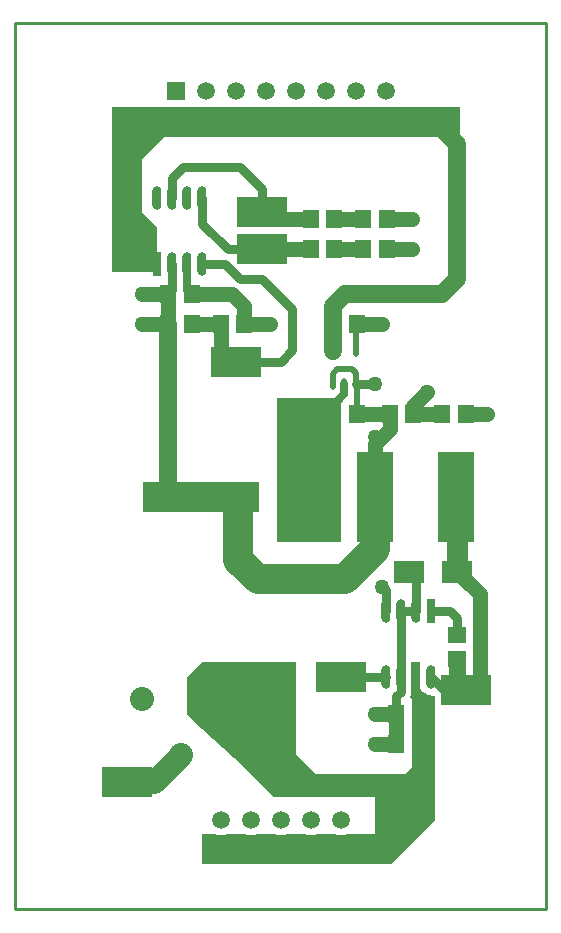
<source format=gtl>
G04*
G04 #@! TF.GenerationSoftware,Altium Limited,Altium Designer,18.1.6 (161)*
G04*
G04 Layer_Physical_Order=1*
G04 Layer_Color=255*
%FSLAX24Y24*%
%MOIN*%
G70*
G01*
G75*
%ADD10C,0.0100*%
%ADD14C,0.0200*%
%ADD17R,0.1654X0.1024*%
%ADD28R,0.1400X0.1000*%
%ADD29R,0.1200X0.3000*%
%ADD30O,0.0200X0.0400*%
%ADD31R,0.0551X0.0591*%
%ADD32R,0.0300X0.0800*%
%ADD33O,0.0300X0.0800*%
%ADD34R,0.0591X0.0551*%
%ADD35R,0.1000X0.0750*%
%ADD36C,0.0250*%
%ADD37C,0.0600*%
%ADD38C,0.0500*%
%ADD39C,0.0300*%
%ADD40C,0.1000*%
%ADD41C,0.0700*%
%ADD42C,0.0550*%
%ADD43C,0.0750*%
%ADD44R,0.0591X0.0591*%
%ADD45C,0.0591*%
%ADD46C,0.0800*%
%ADD47C,0.0500*%
G36*
X13502Y7500D02*
X13506Y7496D01*
X13517Y7409D01*
X13553Y7323D01*
X13609Y7250D01*
X13682Y7194D01*
X13767Y7159D01*
X13854Y7147D01*
X13896Y7106D01*
X14000D01*
Y2968D01*
X12531Y1500D01*
X6250D01*
Y2500D01*
X6695D01*
X6729Y2486D01*
X6858Y2469D01*
X6988Y2486D01*
X7021Y2500D01*
X7695D01*
X7729Y2486D01*
X7858Y2469D01*
X7988Y2486D01*
X8021Y2500D01*
X8695D01*
X8729Y2486D01*
X8858Y2469D01*
X8988Y2486D01*
X9021Y2500D01*
X9695D01*
X9729Y2486D01*
X9858Y2469D01*
X9988Y2486D01*
X10021Y2500D01*
X10695D01*
X10729Y2486D01*
X10858Y2469D01*
X10988Y2486D01*
X11021Y2500D01*
X12008D01*
Y3750D01*
X8644D01*
X7644Y4750D01*
X6250Y6000D01*
X5750Y6500D01*
Y7750D01*
X6250Y8250D01*
X9358D01*
Y5192D01*
X10050Y4500D01*
X13000D01*
X13250Y4750D01*
Y7000D01*
X13168Y7082D01*
X13199Y7159D01*
X13211Y7250D01*
Y7750D01*
Y8000D01*
Y8250D01*
X13502D01*
Y7500D01*
D02*
G37*
G36*
X10699Y16997D02*
X10751Y16929D01*
X10819Y16877D01*
X10858Y16860D01*
Y16749D01*
X10808Y16728D01*
X10741Y16773D01*
X10644Y16792D01*
X10546Y16773D01*
X10463Y16718D01*
X10426Y16680D01*
X10371Y16598D01*
X10351Y16500D01*
X10371Y16402D01*
X10426Y16320D01*
X10509Y16264D01*
X10606Y16245D01*
X10704Y16264D01*
X10787Y16320D01*
X10808Y16341D01*
X10858Y16321D01*
Y12250D01*
X8750D01*
Y17035D01*
X10683D01*
X10699Y16997D01*
D02*
G37*
G36*
X13780Y26700D02*
X13748Y26687D01*
X13643Y26607D01*
X13563Y26502D01*
X13513Y26381D01*
X13496Y26250D01*
X13513Y26119D01*
X13563Y25998D01*
X13643Y25893D01*
X13741Y25796D01*
X13721Y25750D01*
X5000D01*
X4250Y25000D01*
Y23250D01*
X4642Y22858D01*
X4750Y22750D01*
Y21250D01*
X3250D01*
Y26750D01*
X13770D01*
X13780Y26700D01*
D02*
G37*
%LPC*%
G36*
X12358Y26527D02*
X12261Y26507D01*
X12178Y26452D01*
X12123Y26369D01*
X12103Y26272D01*
X12123Y26174D01*
X12178Y26091D01*
X12200Y26070D01*
X12282Y26014D01*
X12380Y25995D01*
X12477Y26014D01*
X12560Y26070D01*
X12615Y26152D01*
X12635Y26250D01*
X12615Y26348D01*
X12560Y26430D01*
X12539Y26452D01*
X12456Y26507D01*
X12358Y26527D01*
D02*
G37*
%LPD*%
D10*
X13287Y16500D02*
Y16787D01*
X8250Y21750D02*
X8500Y22000D01*
X12358Y26272D02*
X12380Y26250D01*
X6856Y18752D02*
X7358Y18250D01*
X5750Y20644D02*
X5894Y20500D01*
X5106D02*
X5250Y20644D01*
X14750Y7500D02*
X15250Y7000D01*
X15037Y7323D02*
X15500Y7786D01*
X10606Y19500D02*
X10608Y19498D01*
X11358Y19465D02*
X11394Y19500D01*
X10606Y16500D02*
X10644Y16537D01*
X11358Y17500D02*
X11394Y17465D01*
X14708Y13750D02*
X14750Y13708D01*
X13150Y11250D02*
X13358Y11042D01*
X14608Y7000D02*
X15250D01*
X0Y0D02*
X17717D01*
Y29528D01*
X0D02*
X17717D01*
X0Y0D02*
Y29528D01*
D14*
X11358Y18600D02*
Y19465D01*
Y17500D02*
Y17892D01*
X11250Y18000D02*
X11358Y17892D01*
X10750Y18000D02*
X11250D01*
X10608Y17858D02*
X10750Y18000D01*
X10608Y17500D02*
Y17858D01*
X11394Y16500D02*
Y17465D01*
D17*
X8500Y7000D02*
D03*
X3750Y4250D02*
D03*
X10858Y7750D02*
D03*
X14000Y26250D02*
D03*
X15037Y7323D02*
D03*
X5106Y13750D02*
D03*
X7358Y18250D02*
D03*
X8250Y22000D02*
D03*
Y23250D02*
D03*
D28*
X10050Y13750D02*
D03*
X7450D02*
D03*
D29*
X14708D02*
D03*
X12008D02*
D03*
D30*
X10608Y17500D02*
D03*
X10983D02*
D03*
X11358D02*
D03*
X10608Y18600D02*
D03*
X11358D02*
D03*
D31*
X9856Y23000D02*
D03*
X10644D02*
D03*
X9856Y22000D02*
D03*
X10644D02*
D03*
X13287Y16500D02*
D03*
X12500D02*
D03*
X15037D02*
D03*
X14250D02*
D03*
X5894Y19500D02*
D03*
X5106D02*
D03*
X7644D02*
D03*
X6856D02*
D03*
X11606Y22000D02*
D03*
X12394D02*
D03*
X11606Y23000D02*
D03*
X12394D02*
D03*
X11394Y16500D02*
D03*
X10606D02*
D03*
X13502Y6500D02*
D03*
X12715D02*
D03*
X13502Y5500D02*
D03*
X12715D02*
D03*
X10606Y19500D02*
D03*
X11394D02*
D03*
X5106Y20500D02*
D03*
X5894D02*
D03*
D32*
X13858Y9950D02*
D03*
X4750Y21500D02*
D03*
D33*
X13358Y9950D02*
D03*
X12858D02*
D03*
X12358D02*
D03*
X13858Y7750D02*
D03*
X13358D02*
D03*
X12858D02*
D03*
X12358D02*
D03*
X5250Y21500D02*
D03*
X5750D02*
D03*
X6250D02*
D03*
X4750Y23700D02*
D03*
X5250D02*
D03*
X5750D02*
D03*
X6250D02*
D03*
D34*
X14750Y8356D02*
D03*
Y9144D02*
D03*
D35*
Y11250D02*
D03*
X13150D02*
D03*
D36*
X10606Y16500D02*
Y16783D01*
X10983Y17160D01*
X5750Y20644D02*
Y21500D01*
X10983Y17160D02*
Y17500D01*
D37*
X14000Y26250D02*
X14750Y25500D01*
Y21000D02*
Y25500D01*
X14250Y20500D02*
X14750Y21000D01*
X11000Y20500D02*
X14250D01*
X10606Y20106D02*
X11000Y20500D01*
X10606Y19500D02*
Y20106D01*
X5106Y13750D02*
Y19500D01*
X10608Y18600D02*
Y19498D01*
D38*
X13287Y16787D02*
X13750Y17250D01*
X13287Y16500D02*
X14250D01*
X8250Y23000D02*
X9856D01*
X6856Y18752D02*
Y19500D01*
X5894Y20500D02*
X7250D01*
X7644Y20106D01*
Y19500D02*
Y20106D01*
X5894Y19500D02*
X6856D01*
X7644D02*
X8500D01*
X11394D02*
X12250D01*
X8500Y22000D02*
X9856D01*
X10644D02*
X11606D01*
X10644Y23000D02*
X11606D01*
X12394D02*
X13250D01*
X12394Y22000D02*
X13250D01*
X4250Y20500D02*
X5106D01*
X4250Y19500D02*
X5106D01*
Y20500D01*
X15037Y16500D02*
X15750D01*
X15500Y7786D02*
Y10500D01*
X14750Y11250D02*
X15500Y10500D01*
X12008Y5500D02*
X12715D01*
X12000Y6500D02*
X12715D01*
X11394Y16500D02*
X12500D01*
Y16000D02*
Y16500D01*
X12008Y15508D02*
X12500Y16000D01*
X12008Y13750D02*
Y15508D01*
X12715Y5500D02*
Y6500D01*
D39*
X12250Y10750D02*
X12358Y10642D01*
Y9950D02*
Y10642D01*
X6250Y22858D02*
Y23700D01*
Y22858D02*
X7108Y22000D01*
X8250D01*
X5250Y23700D02*
Y24392D01*
X5608Y24750D01*
X7500D01*
X8250Y24000D01*
Y23250D02*
Y24000D01*
X7000Y21500D02*
X7500Y21000D01*
X8250D01*
X6250Y21500D02*
X7000D01*
X7358Y18250D02*
X8858D01*
X9250Y18642D01*
Y20000D01*
X8250Y21000D02*
X9250Y20000D01*
X11358Y17500D02*
X12000D01*
X5250Y20644D02*
Y21500D01*
X13358Y9950D02*
Y11042D01*
X12858Y9950D02*
X13358D01*
X12858Y7750D02*
Y9950D01*
X10858Y7750D02*
X12358D01*
X13858D02*
X14608Y7000D01*
X13858Y9950D02*
X14500D01*
X14750Y9700D01*
Y9144D02*
Y9700D01*
X12858Y7250D02*
Y7750D01*
X12715Y7106D02*
X12858Y7250D01*
X12715Y6500D02*
Y7106D01*
D40*
X7450Y11658D02*
Y13750D01*
Y11658D02*
X8108Y11000D01*
X11000D01*
X12008Y12008D01*
Y13750D01*
X5106D02*
X7450D01*
D41*
X14750Y11250D02*
Y13708D01*
D42*
Y7500D02*
Y8356D01*
D43*
X3750Y4250D02*
X4649D01*
X5530Y5130D01*
D44*
X5358Y27272D02*
D03*
X10858Y1969D02*
D03*
D45*
X5358Y26272D02*
D03*
X6358Y27272D02*
D03*
Y26272D02*
D03*
X7358Y27272D02*
D03*
Y26272D02*
D03*
X8358Y27272D02*
D03*
Y26272D02*
D03*
X9358Y27272D02*
D03*
Y26272D02*
D03*
X10358Y27272D02*
D03*
Y26272D02*
D03*
X11358Y27272D02*
D03*
Y26272D02*
D03*
X12358Y27272D02*
D03*
Y26272D02*
D03*
X10858Y2968D02*
D03*
X9858Y1969D02*
D03*
Y2968D02*
D03*
X8858Y1969D02*
D03*
Y2968D02*
D03*
X7858Y1969D02*
D03*
Y2968D02*
D03*
X6858Y1969D02*
D03*
Y2968D02*
D03*
D46*
X5530Y5130D02*
D03*
X4250Y7000D02*
D03*
X6711D02*
D03*
D47*
X12250Y10750D02*
D03*
X13750Y17250D02*
D03*
X8500Y19500D02*
D03*
X12250D02*
D03*
X13250Y23000D02*
D03*
Y22000D02*
D03*
X12000Y17500D02*
D03*
X8250Y11000D02*
D03*
X10858D02*
D03*
X12000Y15750D02*
D03*
X4250Y20500D02*
D03*
Y19500D02*
D03*
X15750Y16500D02*
D03*
X9250Y12750D02*
D03*
X10050D02*
D03*
X9250Y14750D02*
D03*
X10050D02*
D03*
X9858Y16500D02*
D03*
X12000Y6500D02*
D03*
X12008Y5500D02*
D03*
M02*

</source>
